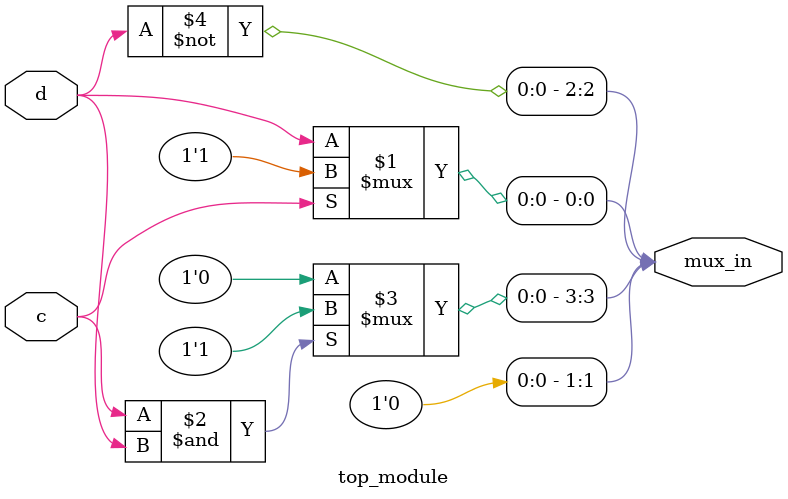
<source format=v>
module top_module (
    input c,
    input d,
    output [3:0] mux_in
); 
    
    assign mux_in[0] = c ? 1'b1:d;
    assign mux_in[1] = 1'b0;
    assign mux_in[3] = (c&d) ? 1'b1:1'b0;
    assign mux_in[2] = ~d;

endmodule

</source>
